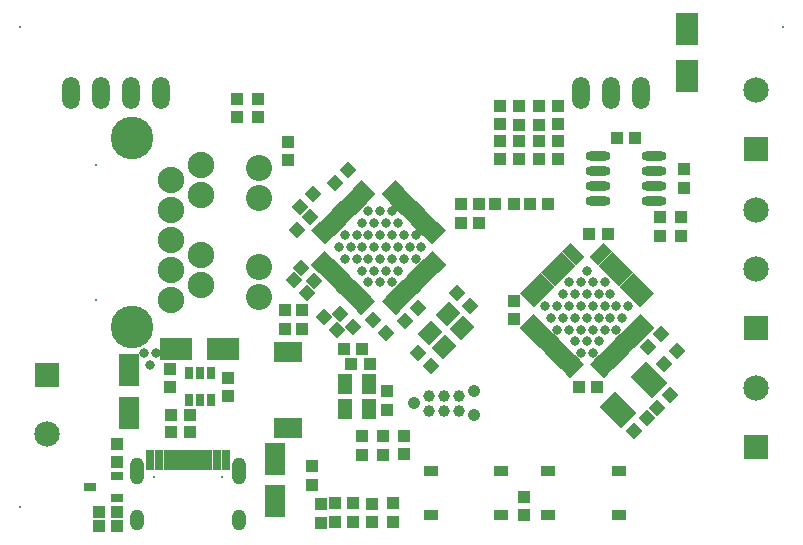
<source format=gts>
G04*
G04 #@! TF.GenerationSoftware,Altium Limited,Altium Designer,19.1.8 (144)*
G04*
G04 Layer_Color=8388736*
%FSLAX25Y25*%
%MOIN*%
G70*
G01*
G75*
%ADD19R,0.04343X0.03162*%
%ADD20R,0.07099X0.11036*%
%ADD21R,0.04147X0.04147*%
%ADD22R,0.04147X0.04147*%
%ADD23R,0.03162X0.04343*%
%ADD24R,0.07493X0.10642*%
%ADD25P,0.05864X4X90.0*%
%ADD26O,0.08280X0.03162*%
G04:AMPARAMS|DCode=27|XSize=19mil|YSize=66mil|CornerRadius=0mil|HoleSize=0mil|Usage=FLASHONLY|Rotation=45.000|XOffset=0mil|YOffset=0mil|HoleType=Round|Shape=Rectangle|*
%AMROTATEDRECTD27*
4,1,4,0.01662,-0.03005,-0.03005,0.01662,-0.01662,0.03005,0.03005,-0.01662,0.01662,-0.03005,0.0*
%
%ADD27ROTATEDRECTD27*%

G04:AMPARAMS|DCode=28|XSize=19mil|YSize=66mil|CornerRadius=0mil|HoleSize=0mil|Usage=FLASHONLY|Rotation=315.000|XOffset=0mil|YOffset=0mil|HoleType=Round|Shape=Rectangle|*
%AMROTATEDRECTD28*
4,1,4,-0.03005,-0.01662,0.01662,0.03005,0.03005,0.01662,-0.01662,-0.03005,-0.03005,-0.01662,0.0*
%
%ADD28ROTATEDRECTD28*%

%ADD29R,0.04737X0.03753*%
%ADD30R,0.03950X0.03950*%
%ADD31C,0.03900*%
G04:AMPARAMS|DCode=32|XSize=74.93mil|YSize=102.49mil|CornerRadius=0mil|HoleSize=0mil|Usage=FLASHONLY|Rotation=45.000|XOffset=0mil|YOffset=0mil|HoleType=Round|Shape=Rectangle|*
%AMROTATEDRECTD32*
4,1,4,0.00974,-0.06273,-0.06273,0.00974,-0.00974,0.06273,0.06273,-0.00974,0.00974,-0.06273,0.0*
%
%ADD32ROTATEDRECTD32*%

%ADD33R,0.10642X0.07493*%
%ADD34R,0.01981X0.06509*%
%ADD35R,0.03162X0.06509*%
%ADD36P,0.05864X4X180.0*%
%ADD37R,0.09461X0.07099*%
G04:AMPARAMS|DCode=38|XSize=63.12mil|YSize=55.24mil|CornerRadius=0mil|HoleSize=0mil|Usage=FLASHONLY|Rotation=225.000|XOffset=0mil|YOffset=0mil|HoleType=Round|Shape=Rectangle|*
%AMROTATEDRECTD38*
4,1,4,0.00278,0.04185,0.04185,0.00278,-0.00278,-0.04185,-0.04185,-0.00278,0.00278,0.04185,0.0*
%
%ADD38ROTATEDRECTD38*%

%ADD39R,0.04800X0.06800*%
%ADD40C,0.08477*%
%ADD41R,0.08477X0.08477*%
%ADD42O,0.05800X0.10800*%
%ADD43C,0.08800*%
%ADD44C,0.08674*%
%ADD45C,0.00800*%
%ADD46C,0.14186*%
%ADD47C,0.04200*%
%ADD48O,0.04737X0.09068*%
%ADD49O,0.04737X0.07099*%
%ADD50C,0.03162*%
D19*
X33872Y17200D02*
D03*
X42928Y20940D02*
D03*
Y13460D02*
D03*
D20*
X95500Y26587D02*
D03*
Y12413D02*
D03*
X47000Y56087D02*
D03*
Y41913D02*
D03*
D21*
X134900Y11651D02*
D03*
Y5549D02*
D03*
X128000Y5449D02*
D03*
Y11551D02*
D03*
X43000Y25349D02*
D03*
Y31451D02*
D03*
X80000Y47449D02*
D03*
Y53551D02*
D03*
X60500Y50398D02*
D03*
Y56500D02*
D03*
X224000Y107051D02*
D03*
Y100949D02*
D03*
X231000Y107051D02*
D03*
Y100949D02*
D03*
X90000Y146551D02*
D03*
Y140449D02*
D03*
X83000Y146551D02*
D03*
Y140449D02*
D03*
X178400Y7849D02*
D03*
Y13951D02*
D03*
X175300Y79100D02*
D03*
Y72998D02*
D03*
X232000Y123051D02*
D03*
Y116949D02*
D03*
X170500Y138049D02*
D03*
Y144151D02*
D03*
X177000Y137949D02*
D03*
Y144051D02*
D03*
X183500Y137949D02*
D03*
Y144051D02*
D03*
Y126398D02*
D03*
Y132500D02*
D03*
X177000Y126398D02*
D03*
Y132500D02*
D03*
X170500Y126449D02*
D03*
Y132551D02*
D03*
X108000Y17949D02*
D03*
Y24051D02*
D03*
X110700Y5198D02*
D03*
Y11300D02*
D03*
X124500Y34051D02*
D03*
Y27949D02*
D03*
X131500Y34051D02*
D03*
Y27949D02*
D03*
X138500Y34102D02*
D03*
Y28000D02*
D03*
X100000Y132102D02*
D03*
Y126000D02*
D03*
X190000Y144151D02*
D03*
Y138049D02*
D03*
Y126449D02*
D03*
X190000Y132551D02*
D03*
X104500Y69949D02*
D03*
Y76051D02*
D03*
X99000Y69949D02*
D03*
Y76051D02*
D03*
X133000Y49051D02*
D03*
Y42949D02*
D03*
D22*
X36749Y4200D02*
D03*
X42851D02*
D03*
X36749Y8700D02*
D03*
X42851D02*
D03*
X60949Y41000D02*
D03*
X67051D02*
D03*
X60949Y35500D02*
D03*
X67051D02*
D03*
X206451Y101600D02*
D03*
X200349D02*
D03*
X196698Y50600D02*
D03*
X202800D02*
D03*
X215551Y133500D02*
D03*
X209449D02*
D03*
X163551Y111500D02*
D03*
X157449D02*
D03*
X168949D02*
D03*
X175051D02*
D03*
X120949Y58000D02*
D03*
X127051D02*
D03*
X180449Y111500D02*
D03*
X186551D02*
D03*
X157449Y105000D02*
D03*
X163551D02*
D03*
X124551Y63000D02*
D03*
X118449D02*
D03*
D23*
X74240Y55028D02*
D03*
X70500D02*
D03*
X66760D02*
D03*
Y45972D02*
D03*
X70500D02*
D03*
X74240D02*
D03*
D24*
X233000Y169874D02*
D03*
Y154126D02*
D03*
D25*
X225143Y58043D02*
D03*
X229457Y62357D02*
D03*
X219942Y63842D02*
D03*
X224257Y68158D02*
D03*
X143257Y76858D02*
D03*
X138943Y72543D02*
D03*
X215085Y35685D02*
D03*
X219400Y40000D02*
D03*
X227257Y47857D02*
D03*
X222942Y43543D02*
D03*
X119815Y122815D02*
D03*
X115500Y118500D02*
D03*
X102842Y102842D02*
D03*
X107158Y107158D02*
D03*
X103842Y110343D02*
D03*
X108158Y114657D02*
D03*
D26*
X203248Y127500D02*
D03*
Y122500D02*
D03*
Y117500D02*
D03*
Y112500D02*
D03*
X221752Y127500D02*
D03*
Y122500D02*
D03*
Y117500D02*
D03*
Y112500D02*
D03*
D27*
X203601Y56625D02*
D03*
X204945Y57969D02*
D03*
X206359Y59383D02*
D03*
X207773Y60797D02*
D03*
X209117Y62141D02*
D03*
X210531Y63555D02*
D03*
X211945Y64969D02*
D03*
X213359Y66383D02*
D03*
X214703Y67727D02*
D03*
X216117Y69141D02*
D03*
X217531Y70555D02*
D03*
X218875Y71899D02*
D03*
X195399Y95375D02*
D03*
X194055Y94031D02*
D03*
X192641Y92617D02*
D03*
X191227Y91203D02*
D03*
X189883Y89859D02*
D03*
X188469Y88445D02*
D03*
X187055Y87031D02*
D03*
X185641Y85617D02*
D03*
X184297Y84273D02*
D03*
X182883Y82859D02*
D03*
X181469Y81445D02*
D03*
X180125Y80101D02*
D03*
X125899Y116375D02*
D03*
X124555Y115031D02*
D03*
X123141Y113617D02*
D03*
X121727Y112203D02*
D03*
X120383Y110859D02*
D03*
X118969Y109445D02*
D03*
X117555Y108031D02*
D03*
X116141Y106617D02*
D03*
X114797Y105273D02*
D03*
X113383Y103859D02*
D03*
X111969Y102445D02*
D03*
X110625Y101101D02*
D03*
X134101Y77625D02*
D03*
X135445Y78969D02*
D03*
X136859Y80383D02*
D03*
X138273Y81797D02*
D03*
X139617Y83141D02*
D03*
X141031Y84555D02*
D03*
X142445Y85969D02*
D03*
X143859Y87383D02*
D03*
X145203Y88727D02*
D03*
X146617Y90141D02*
D03*
X148031Y91555D02*
D03*
X149375Y92899D02*
D03*
D28*
X218875Y80101D02*
D03*
X217531Y81445D02*
D03*
X216117Y82859D02*
D03*
X214703Y84273D02*
D03*
X213359Y85617D02*
D03*
X211945Y87031D02*
D03*
X210531Y88445D02*
D03*
X209117Y89859D02*
D03*
X207773Y91203D02*
D03*
X206359Y92617D02*
D03*
X204945Y94031D02*
D03*
X203601Y95375D02*
D03*
X180125Y71899D02*
D03*
X181469Y70555D02*
D03*
X182883Y69141D02*
D03*
X184297Y67727D02*
D03*
X185641Y66383D02*
D03*
X187055Y64969D02*
D03*
X188469Y63555D02*
D03*
X189883Y62141D02*
D03*
X191227Y60797D02*
D03*
X192641Y59383D02*
D03*
X194055Y57969D02*
D03*
X195399Y56625D02*
D03*
X110625Y92899D02*
D03*
X111969Y91555D02*
D03*
X113383Y90141D02*
D03*
X114797Y88727D02*
D03*
X116141Y87383D02*
D03*
X117555Y85969D02*
D03*
X118969Y84555D02*
D03*
X120383Y83141D02*
D03*
X121727Y81797D02*
D03*
X123141Y80383D02*
D03*
X124555Y78969D02*
D03*
X125899Y77625D02*
D03*
X149375Y101101D02*
D03*
X148031Y102445D02*
D03*
X146617Y103859D02*
D03*
X145203Y105273D02*
D03*
X143859Y106617D02*
D03*
X142445Y108031D02*
D03*
X141031Y109445D02*
D03*
X139617Y110859D02*
D03*
X138273Y112203D02*
D03*
X136859Y113617D02*
D03*
X135445Y115031D02*
D03*
X134101Y116375D02*
D03*
D29*
X210100Y7677D02*
D03*
Y22441D02*
D03*
X186478Y7677D02*
D03*
Y22441D02*
D03*
X171000Y7700D02*
D03*
Y22464D02*
D03*
X147378Y7700D02*
D03*
Y22464D02*
D03*
D30*
X115500Y11650D02*
D03*
Y5350D02*
D03*
X121500Y11650D02*
D03*
Y5350D02*
D03*
D31*
X157000Y47500D02*
D03*
X147000Y42500D02*
D03*
Y47500D02*
D03*
X152000Y42500D02*
D03*
X157000D02*
D03*
X152000Y47500D02*
D03*
D32*
X220050Y52950D02*
D03*
X209750Y42650D02*
D03*
D33*
X78248Y63000D02*
D03*
X62500D02*
D03*
D34*
X73390Y26059D02*
D03*
X71421D02*
D03*
X63547D02*
D03*
X67484D02*
D03*
X65516D02*
D03*
X69453D02*
D03*
X61579D02*
D03*
X59610D02*
D03*
D35*
X79197D02*
D03*
X56854D02*
D03*
X76146D02*
D03*
X53803D02*
D03*
D36*
X104342Y90158D02*
D03*
X108658Y85843D02*
D03*
X101842Y86158D02*
D03*
X106158Y81842D02*
D03*
X121658Y70342D02*
D03*
X117342Y74657D02*
D03*
X116157Y69342D02*
D03*
X111843Y73658D02*
D03*
X147658Y57342D02*
D03*
X143342Y61658D02*
D03*
X156342Y81657D02*
D03*
X160658Y77342D02*
D03*
X132658Y68343D02*
D03*
X128342Y72658D02*
D03*
D37*
X100000Y62098D02*
D03*
Y36902D02*
D03*
D38*
X158000Y70000D02*
D03*
X151875Y63876D02*
D03*
X153267Y74733D02*
D03*
X147143Y68608D02*
D03*
D39*
X127000Y51500D02*
D03*
X119000D02*
D03*
X127000Y43000D02*
D03*
X119000D02*
D03*
D40*
X256000Y50000D02*
D03*
Y149343D02*
D03*
Y89815D02*
D03*
Y109500D02*
D03*
X19500Y34657D02*
D03*
D41*
X256000Y30315D02*
D03*
Y129657D02*
D03*
Y70130D02*
D03*
X19500Y54343D02*
D03*
D42*
X27500Y148500D02*
D03*
X37500D02*
D03*
X47500D02*
D03*
X57500D02*
D03*
X217657D02*
D03*
X207658D02*
D03*
X197658D02*
D03*
D43*
X61000Y79500D02*
D03*
Y89500D02*
D03*
X71000Y84500D02*
D03*
X61000Y99500D02*
D03*
Y109500D02*
D03*
Y119500D02*
D03*
X71000Y94500D02*
D03*
Y114500D02*
D03*
Y124500D02*
D03*
D44*
X90016Y80484D02*
D03*
X90016Y90484D02*
D03*
X90016Y113516D02*
D03*
Y123516D02*
D03*
D45*
X36000Y79500D02*
D03*
Y124500D02*
D03*
X77878Y20370D02*
D03*
X55122D02*
D03*
X10630Y10630D02*
D03*
X264961Y170472D02*
D03*
X10630D02*
D03*
D46*
X48008Y133496D02*
D03*
Y70504D02*
D03*
D47*
X162000Y41000D02*
D03*
Y49000D02*
D03*
X142000Y45000D02*
D03*
D48*
X83508Y22457D02*
D03*
X49492D02*
D03*
D49*
X83508Y6000D02*
D03*
X49492D02*
D03*
D50*
X213240Y77477D02*
D03*
X211272Y73540D02*
D03*
X207335Y81414D02*
D03*
X209303Y77477D02*
D03*
X207335Y73540D02*
D03*
X209303Y69603D02*
D03*
X205366Y85351D02*
D03*
X203398Y81414D02*
D03*
X205366Y77477D02*
D03*
X203398Y73540D02*
D03*
X205366Y69603D02*
D03*
X203398Y65665D02*
D03*
X199461Y89288D02*
D03*
X201429Y85351D02*
D03*
X199461Y81414D02*
D03*
X201429Y77477D02*
D03*
X199461Y73540D02*
D03*
X201429Y69603D02*
D03*
X199461Y65665D02*
D03*
X201429Y61728D02*
D03*
X197492Y85351D02*
D03*
X195524Y81414D02*
D03*
X197492Y77477D02*
D03*
X195524Y73540D02*
D03*
X197492Y69603D02*
D03*
X195524Y65665D02*
D03*
X197492Y61728D02*
D03*
X193555Y85351D02*
D03*
X191587Y81414D02*
D03*
X193555Y77477D02*
D03*
X191587Y73540D02*
D03*
X193555Y69603D02*
D03*
X189618Y77477D02*
D03*
X187650Y73540D02*
D03*
X189618Y69603D02*
D03*
X185681Y77477D02*
D03*
X144343Y97162D02*
D03*
X142374Y101099D02*
D03*
X140406Y97162D02*
D03*
X142374Y93225D02*
D03*
X136469Y105035D02*
D03*
X138437Y101099D02*
D03*
X136469Y97162D02*
D03*
X138437Y93225D02*
D03*
X136469Y89288D02*
D03*
X134500Y108973D02*
D03*
X132532Y105035D02*
D03*
X134500Y101099D02*
D03*
X132532Y97162D02*
D03*
X134500Y93225D02*
D03*
X132532Y89288D02*
D03*
X134500Y85351D02*
D03*
X130563Y108973D02*
D03*
X128595Y105035D02*
D03*
X130563Y101099D02*
D03*
X128595Y97162D02*
D03*
X130563Y93225D02*
D03*
X128595Y89288D02*
D03*
X130563Y85351D02*
D03*
X126626Y108973D02*
D03*
X124658Y105035D02*
D03*
X126626Y101099D02*
D03*
X124658Y97162D02*
D03*
X126626Y93225D02*
D03*
X124658Y89288D02*
D03*
X126626Y85351D02*
D03*
X122689Y101099D02*
D03*
X120721Y97162D02*
D03*
X122689Y93225D02*
D03*
X118752Y101099D02*
D03*
X116784Y97162D02*
D03*
X118752Y93225D02*
D03*
X55760Y61728D02*
D03*
X53791Y57791D02*
D03*
X51823Y61728D02*
D03*
M02*

</source>
